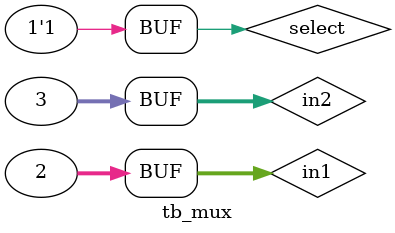
<source format=v>
`timescale 1ns / 1ps
module Mux #(parameter width = 32)
				(input sel,
				 input [width-1:0] in1, in2,
				 output reg [width-1:0] out);

	always@* begin
		if (~sel) out <= in1;
		else out <= in2;
	end

endmodule

module tb_mux;
	parameter w = 32;
	
	reg select;
	reg [w-1:0] in1, in2;
	wire [w-1:0] out;
	
	Mux #(.width(w)) m1 (.in1(in1), .in2(in2), .sel(select), .out(out));
	
	initial begin
		in1 = 2;
		in2 = 3;
		select = 0;
		#5 select = 1;
	end

endmodule

</source>
